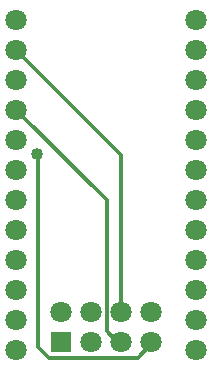
<source format=gbr>
G04 DipTrace 3.1.0.1*
G04 Bottom.gbr*
%MOIN*%
G04 #@! TF.FileFunction,Copper,L2,Bot*
G04 #@! TF.Part,Single*
G04 #@! TA.AperFunction,Conductor*
%ADD14C,0.012992*%
G04 #@! TA.AperFunction,ComponentPad*
%ADD16R,0.070866X0.070866*%
%ADD17C,0.070866*%
%ADD18C,0.070866*%
G04 #@! TA.AperFunction,ViaPad*
%ADD20C,0.04*%
%FSLAX26Y26*%
G04*
G70*
G90*
G75*
G01*
G04 Bottom*
%LPD*%
X796882Y469882D2*
D14*
X783882D1*
X747882Y505882D1*
Y941882D1*
X444882Y1244882D1*
X796882Y569882D2*
Y1092882D1*
X444882Y1444882D1*
X516882Y1097882D2*
X520882D1*
Y451882D1*
X554882Y417882D1*
X851882D1*
X896882Y462882D1*
Y469882D1*
D20*
X516882Y1097882D3*
D16*
X596882Y469882D3*
D17*
Y569882D3*
X696882Y469882D3*
Y569882D3*
X796882Y469882D3*
Y569882D3*
X896882Y469882D3*
Y569882D3*
D18*
X444882Y444882D3*
X1044882D3*
X444882Y544882D3*
Y644882D3*
Y744882D3*
X1044882Y544882D3*
Y644882D3*
Y744882D3*
X444882Y844882D3*
Y944882D3*
Y1044882D3*
Y1144882D3*
Y1244882D3*
Y1344882D3*
Y1444882D3*
Y1544882D3*
X1044882Y844882D3*
Y944882D3*
Y1044882D3*
Y1144882D3*
Y1244882D3*
Y1344882D3*
Y1444882D3*
Y1544882D3*
M02*

</source>
